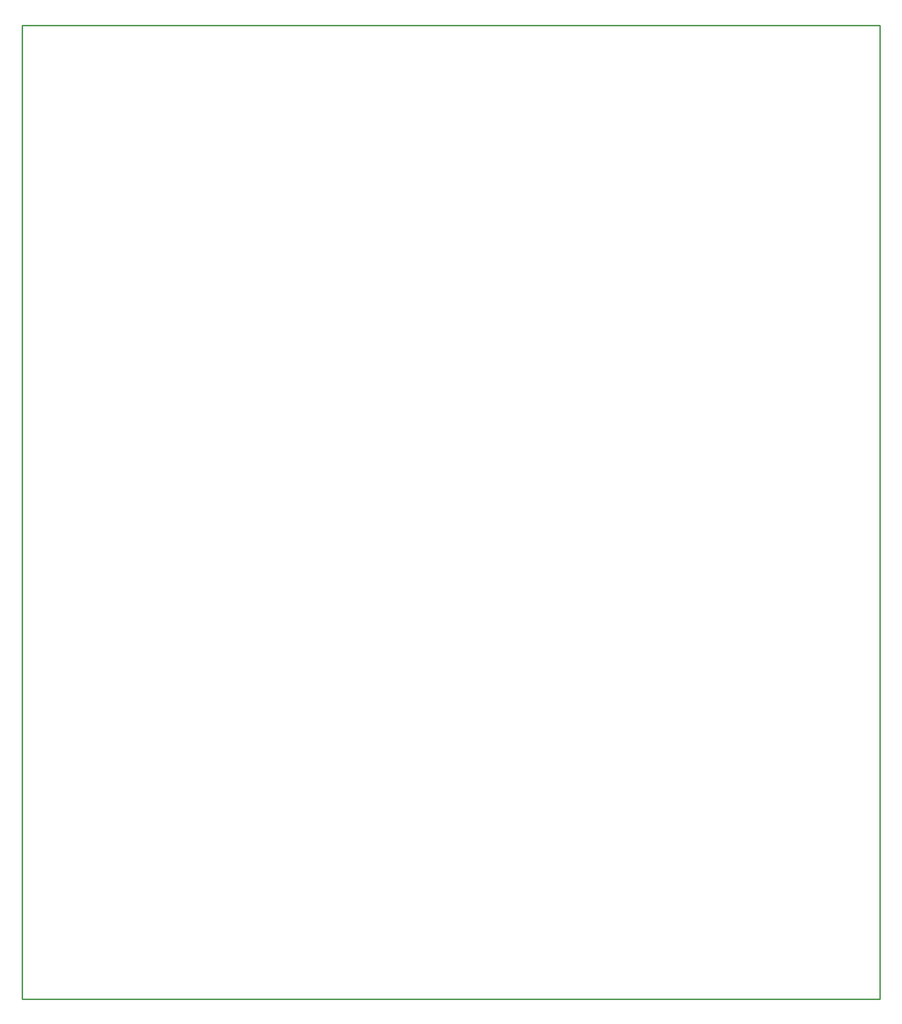
<source format=gbr>
G04 EAGLE Gerber RS-274X export*
G75*
%MOMM*%
%FSLAX34Y34*%
%LPD*%
%IN*%
%IPPOS*%
%AMOC8*
5,1,8,0,0,1.08239X$1,22.5*%
G01*
%ADD10C,0.254000*%


D10*
X0Y-25400D02*
X1574600Y-25400D01*
X1574600Y1762000D01*
X0Y1762000D01*
X0Y-25400D01*
M02*

</source>
